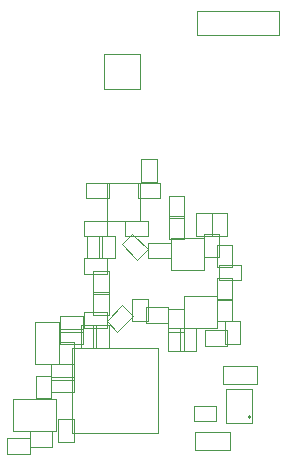
<source format=gbr>
G04 #@! TF.GenerationSoftware,KiCad,Pcbnew,(5.1.6)-1*
G04 #@! TF.CreationDate,2022-11-14T19:34:08+01:00*
G04 #@! TF.ProjectId,LoRa_Balloon,4c6f5261-5f42-4616-9c6c-6f6f6e2e6b69,2*
G04 #@! TF.SameCoordinates,Original*
G04 #@! TF.FileFunction,Other,User*
%FSLAX46Y46*%
G04 Gerber Fmt 4.6, Leading zero omitted, Abs format (unit mm)*
G04 Created by KiCad (PCBNEW (5.1.6)-1) date 2022-11-14 19:34:08*
%MOMM*%
%LPD*%
G01*
G04 APERTURE LIST*
%ADD10C,0.080000*%
%ADD11C,0.050000*%
%ADD12C,0.100000*%
G04 APERTURE END LIST*
D10*
X110349460Y-137365400D02*
X106669460Y-137365400D01*
X110349460Y-134607400D02*
X110349460Y-137365400D01*
X106669460Y-134607400D02*
X110349460Y-134607400D01*
X106669460Y-134607400D02*
X106669460Y-137365400D01*
D11*
X108110000Y-137960000D02*
X108110000Y-139260000D01*
X106210000Y-137960000D02*
X106210000Y-139260000D01*
X106210000Y-139260000D02*
X108110000Y-139260000D01*
X106210000Y-137960000D02*
X108110000Y-137960000D01*
X117455800Y-116337200D02*
X114655800Y-116337200D01*
X114655800Y-119537200D02*
X117455800Y-119537200D01*
X114655800Y-119537200D02*
X114655800Y-116337200D01*
X117455800Y-119537200D02*
X117455800Y-116337200D01*
X123962440Y-125928200D02*
X121162440Y-125928200D01*
X123962440Y-128628200D02*
X121162440Y-128628200D01*
X121162440Y-128628200D02*
X121162440Y-125928200D01*
X123962440Y-128628200D02*
X123962440Y-125928200D01*
X120076160Y-123676280D02*
X122876160Y-123676280D01*
X120076160Y-120976280D02*
X122876160Y-120976280D01*
X122876160Y-120976280D02*
X122876160Y-123676280D01*
X120076160Y-120976280D02*
X120076160Y-123676280D01*
D10*
X117450000Y-108400000D02*
X114450000Y-108400000D01*
X114450000Y-108400000D02*
X114450000Y-105400000D01*
X117450000Y-105400000D02*
X114450000Y-105400000D01*
X117450000Y-108400000D02*
X117450000Y-105400000D01*
D12*
X126840600Y-136174400D02*
G75*
G03*
X126840600Y-136174400I-127000J0D01*
G01*
D10*
X126975000Y-133810000D02*
X126975000Y-136710000D01*
X126975000Y-136710000D02*
X124725000Y-136710000D01*
X124725000Y-133810000D02*
X124725000Y-136710000D01*
X126975000Y-133810000D02*
X124725000Y-133810000D01*
X122250000Y-103800000D02*
X122250000Y-101800000D01*
X129250000Y-101800000D02*
X122250000Y-101800000D01*
X129250000Y-103800000D02*
X129250000Y-101800000D01*
X129250000Y-103800000D02*
X122250000Y-103800000D01*
D11*
X111744120Y-137503720D02*
X118944120Y-137503720D01*
X111744120Y-130303720D02*
X118944120Y-130303720D01*
X118944120Y-130303720D02*
X118944120Y-137503720D01*
X111744120Y-130303720D02*
X111744120Y-137503720D01*
X109940000Y-134590000D02*
X108640000Y-134590000D01*
X109940000Y-132690000D02*
X108640000Y-132690000D01*
X108640000Y-132690000D02*
X108640000Y-134590000D01*
X109940000Y-132690000D02*
X109940000Y-134590000D01*
X108573720Y-131706400D02*
X108573720Y-128106400D01*
X110573720Y-131706400D02*
X110573720Y-128106400D01*
X108573720Y-131706400D02*
X110573720Y-131706400D01*
X108573720Y-128106400D02*
X110573720Y-128106400D01*
X119921920Y-117431240D02*
X121221920Y-117431240D01*
X119921920Y-119331240D02*
X121221920Y-119331240D01*
X121221920Y-119331240D02*
X121221920Y-117431240D01*
X119921920Y-119331240D02*
X119921920Y-117431240D01*
X122228240Y-118897240D02*
X123528240Y-118897240D01*
X122228240Y-120797240D02*
X123528240Y-120797240D01*
X123528240Y-120797240D02*
X123528240Y-118897240D01*
X122228240Y-120797240D02*
X122228240Y-118897240D01*
X123523640Y-118897240D02*
X124823640Y-118897240D01*
X123523640Y-120797240D02*
X124823640Y-120797240D01*
X124823640Y-120797240D02*
X124823640Y-118897240D01*
X123523640Y-120797240D02*
X123523640Y-118897240D01*
X112921400Y-117637200D02*
X112921400Y-116337200D01*
X114821400Y-117637200D02*
X114821400Y-116337200D01*
X114821400Y-116337200D02*
X112921400Y-116337200D01*
X114821400Y-117637200D02*
X112921400Y-117637200D01*
X124480000Y-131870000D02*
X127380000Y-131870000D01*
X124480000Y-133370000D02*
X127380000Y-133370000D01*
X124480000Y-131870000D02*
X124480000Y-133370000D01*
X127380000Y-131870000D02*
X127380000Y-133370000D01*
X125040000Y-138960000D02*
X122140000Y-138960000D01*
X125040000Y-137460000D02*
X122140000Y-137460000D01*
X125040000Y-138960000D02*
X125040000Y-137460000D01*
X122140000Y-138960000D02*
X122140000Y-137460000D01*
X114277560Y-122735680D02*
X112977560Y-122735680D01*
X114277560Y-120835680D02*
X112977560Y-120835680D01*
X112977560Y-120835680D02*
X112977560Y-122735680D01*
X114277560Y-120835680D02*
X114277560Y-122735680D01*
X113744160Y-130301920D02*
X112444160Y-130301920D01*
X113744160Y-128401920D02*
X112444160Y-128401920D01*
X112444160Y-128401920D02*
X112444160Y-130301920D01*
X113744160Y-128401920D02*
X113744160Y-130301920D01*
X118111120Y-119537600D02*
X118111120Y-120837600D01*
X116211120Y-119537600D02*
X116211120Y-120837600D01*
X116211120Y-120837600D02*
X118111120Y-120837600D01*
X116211120Y-119537600D02*
X118111120Y-119537600D01*
X110569640Y-129806960D02*
X111869640Y-129806960D01*
X110569640Y-131706960D02*
X111869640Y-131706960D01*
X111869640Y-131706960D02*
X111869640Y-129806960D01*
X110569640Y-131706960D02*
X110569640Y-129806960D01*
X115897947Y-121548426D02*
X116817186Y-120629187D01*
X117241450Y-122891929D02*
X118160689Y-121972690D01*
X118160689Y-121972690D02*
X116817186Y-120629187D01*
X117241450Y-122891929D02*
X115897947Y-121548426D01*
X109936900Y-133004200D02*
X109936900Y-131704200D01*
X111836900Y-133004200D02*
X111836900Y-131704200D01*
X111836900Y-131704200D02*
X109936900Y-131704200D01*
X111836900Y-133004200D02*
X109936900Y-133004200D01*
X110723880Y-128930040D02*
X110723880Y-127630040D01*
X112623880Y-128930040D02*
X112623880Y-127630040D01*
X112623880Y-127630040D02*
X110723880Y-127630040D01*
X112623880Y-128930040D02*
X110723880Y-128930040D01*
X109941560Y-134060840D02*
X109941560Y-132760840D01*
X111841560Y-134060840D02*
X111841560Y-132760840D01*
X111841560Y-132760840D02*
X109941560Y-132760840D01*
X111841560Y-134060840D02*
X109941560Y-134060840D01*
X110723880Y-130007000D02*
X110723880Y-128707000D01*
X112623880Y-130007000D02*
X112623880Y-128707000D01*
X112623880Y-128707000D02*
X110723880Y-128707000D01*
X112623880Y-130007000D02*
X110723880Y-130007000D01*
X123900000Y-135210000D02*
X123900000Y-136510000D01*
X122000000Y-135210000D02*
X122000000Y-136510000D01*
X122000000Y-136510000D02*
X123900000Y-136510000D01*
X122000000Y-135210000D02*
X123900000Y-135210000D01*
X123960520Y-121581600D02*
X125260520Y-121581600D01*
X123960520Y-123481600D02*
X125260520Y-123481600D01*
X125260520Y-123481600D02*
X125260520Y-121581600D01*
X123960520Y-123481600D02*
X123960520Y-121581600D01*
X126010520Y-123276480D02*
X126010520Y-124576480D01*
X124110520Y-123276480D02*
X124110520Y-124576480D01*
X124110520Y-124576480D02*
X126010520Y-124576480D01*
X124110520Y-123276480D02*
X126010520Y-123276480D01*
X123960520Y-124386600D02*
X125260520Y-124386600D01*
X123960520Y-126286600D02*
X125260520Y-126286600D01*
X125260520Y-126286600D02*
X125260520Y-124386600D01*
X123960520Y-126286600D02*
X123960520Y-124386600D01*
X124626000Y-128064100D02*
X125926000Y-128064100D01*
X124626000Y-129964100D02*
X125926000Y-129964100D01*
X125926000Y-129964100D02*
X125926000Y-128064100D01*
X124626000Y-129964100D02*
X124626000Y-128064100D01*
X110010000Y-137380000D02*
X110010000Y-138680000D01*
X108110000Y-137380000D02*
X108110000Y-138680000D01*
X108110000Y-138680000D02*
X110010000Y-138680000D01*
X108110000Y-137380000D02*
X110010000Y-137380000D01*
X121163500Y-130530520D02*
X119863500Y-130530520D01*
X121163500Y-128630520D02*
X119863500Y-128630520D01*
X119863500Y-128630520D02*
X119863500Y-130530520D01*
X121163500Y-128630520D02*
X121163500Y-130530520D01*
X112745720Y-128604920D02*
X112745720Y-127304920D01*
X114645720Y-128604920D02*
X114645720Y-127304920D01*
X114645720Y-127304920D02*
X112745720Y-127304920D01*
X114645720Y-128604920D02*
X112745720Y-128604920D01*
X122174420Y-130530520D02*
X120874420Y-130530520D01*
X122174420Y-128630520D02*
X120874420Y-128630520D01*
X120874420Y-128630520D02*
X120874420Y-130530520D01*
X122174420Y-128630520D02*
X122174420Y-130530520D01*
X114795720Y-127499880D02*
X113495720Y-127499880D01*
X114795720Y-125599880D02*
X113495720Y-125599880D01*
X113495720Y-125599880D02*
X113495720Y-127499880D01*
X114795720Y-125599880D02*
X114795720Y-127499880D01*
X116797720Y-126130740D02*
X118097720Y-126130740D01*
X116797720Y-128030740D02*
X118097720Y-128030740D01*
X118097720Y-128030740D02*
X118097720Y-126130740D01*
X116797720Y-128030740D02*
X116797720Y-126130740D01*
X119860340Y-126878200D02*
X119860340Y-128178200D01*
X117960340Y-126878200D02*
X117960340Y-128178200D01*
X117960340Y-128178200D02*
X119860340Y-128178200D01*
X117960340Y-126878200D02*
X119860340Y-126878200D01*
X112738100Y-124030380D02*
X112738100Y-122730380D01*
X114638100Y-124030380D02*
X114638100Y-122730380D01*
X114638100Y-122730380D02*
X112738100Y-122730380D01*
X114638100Y-124030380D02*
X112738100Y-124030380D01*
X115324040Y-122735680D02*
X114024040Y-122735680D01*
X115324040Y-120835680D02*
X114024040Y-120835680D01*
X114024040Y-120835680D02*
X114024040Y-122735680D01*
X115324040Y-120835680D02*
X115324040Y-122735680D01*
X112756720Y-120832520D02*
X112756720Y-119532520D01*
X114656720Y-120832520D02*
X114656720Y-119532520D01*
X114656720Y-119532520D02*
X112756720Y-119532520D01*
X114656720Y-120832520D02*
X112756720Y-120832520D01*
X119164800Y-116337200D02*
X119164800Y-117637200D01*
X117264800Y-116337200D02*
X117264800Y-117637200D01*
X117264800Y-117637200D02*
X119164800Y-117637200D01*
X117264800Y-116337200D02*
X119164800Y-116337200D01*
X118880000Y-116250000D02*
X117580000Y-116250000D01*
X118880000Y-114350000D02*
X117580000Y-114350000D01*
X117580000Y-114350000D02*
X117580000Y-116250000D01*
X118880000Y-114350000D02*
X118880000Y-116250000D01*
X118174120Y-122727360D02*
X118174120Y-121427360D01*
X120074120Y-122727360D02*
X120074120Y-121427360D01*
X120074120Y-121427360D02*
X118174120Y-121427360D01*
X120074120Y-122727360D02*
X118174120Y-122727360D01*
X124178480Y-122577360D02*
X122878480Y-122577360D01*
X124178480Y-120677360D02*
X122878480Y-120677360D01*
X122878480Y-120677360D02*
X122878480Y-122577360D01*
X124178480Y-120677360D02*
X124178480Y-122577360D01*
X114795720Y-130304880D02*
X113495720Y-130304880D01*
X114795720Y-128404880D02*
X113495720Y-128404880D01*
X113495720Y-128404880D02*
X113495720Y-130304880D01*
X114795720Y-128404880D02*
X114795720Y-130304880D01*
X123960520Y-126129040D02*
X125260520Y-126129040D01*
X123960520Y-128029040D02*
X125260520Y-128029040D01*
X125260520Y-128029040D02*
X125260520Y-126129040D01*
X123960520Y-128029040D02*
X123960520Y-126129040D01*
X115549726Y-128979611D02*
X114630487Y-128060372D01*
X116893229Y-127636108D02*
X115973990Y-126716869D01*
X115973990Y-126716869D02*
X114630487Y-128060372D01*
X116893229Y-127636108D02*
X115549726Y-128979611D01*
X119863500Y-127027780D02*
X121163500Y-127027780D01*
X119863500Y-128927780D02*
X121163500Y-128927780D01*
X121163500Y-128927780D02*
X121163500Y-127027780D01*
X119863500Y-128927780D02*
X119863500Y-127027780D01*
X114795720Y-125740080D02*
X113495720Y-125740080D01*
X114795720Y-123840080D02*
X113495720Y-123840080D01*
X113495720Y-123840080D02*
X113495720Y-125740080D01*
X114795720Y-123840080D02*
X114795720Y-125740080D01*
X121221920Y-119183840D02*
X121221920Y-121083840D01*
X119921920Y-119183840D02*
X119921920Y-121083840D01*
X121221920Y-119183840D02*
X119921920Y-119183840D01*
X121221920Y-121083840D02*
X119921920Y-121083840D01*
X110541700Y-138257200D02*
X110541700Y-136357200D01*
X111841700Y-138257200D02*
X111841700Y-136357200D01*
X110541700Y-138257200D02*
X111841700Y-138257200D01*
X110541700Y-136357200D02*
X111841700Y-136357200D01*
X124864560Y-130113680D02*
X122964560Y-130113680D01*
X124864560Y-128813680D02*
X122964560Y-128813680D01*
X124864560Y-130113680D02*
X124864560Y-128813680D01*
X122964560Y-130113680D02*
X122964560Y-128813680D01*
M02*

</source>
